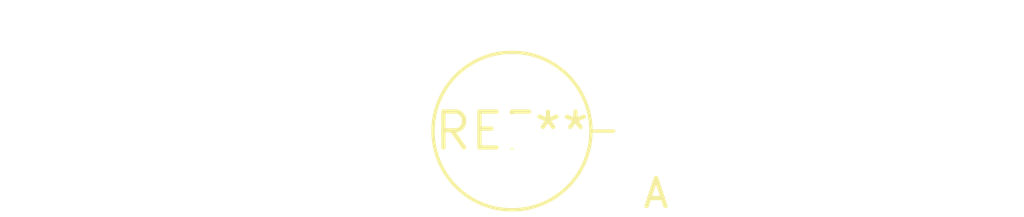
<source format=kicad_pcb>
(kicad_pcb (version 20240108) (generator pcbnew)
  (layers (0 "F.Cu" signal) (31 "B.Cu" signal) (34 "B.Paste" user) (35 "F.Paste" user) (36 "B.SilkS" user "B.Silkscreen") (37 "F.SilkS" user "F.Silkscreen") (38 "B.Mask" user) (39 "F.Mask" user) (44 "Edge.Cuts" user))
  (net 0 "")
  (footprint "D_DO-27_P5.08mm_Vertical_AnodeUp" (layer "F.Cu") (at 0 0)
    (property "Reference" "REF**")
    (property "Value" "D_DO-27_P5.08mm_Vertical_AnodeUp")
    (fp_line (start 2.785 0) (end 3.58 0) (layer "F.SilkS") (stroke (width 0.12)))
    (fp_circle (center 0 0) (end 2.785 0) (layer "F.SilkS") (stroke (width 0.12)) (fill none))
    (fp_text user "A" (at 5.08 2.2 0) (layer "F.SilkS"))
    (pad "1" thru_hole rect (at 0 0) (size 2.4 2.4) (drill 1.2) (layers *.Cu *.Mask) (remove_unused_layers))
    (pad "2" thru_hole oval (at 5.08 0) (size 2.4 2.4) (drill 1.2) (layers *.Cu *.Mask) (remove_unused_layers))
  )
)
</source>
